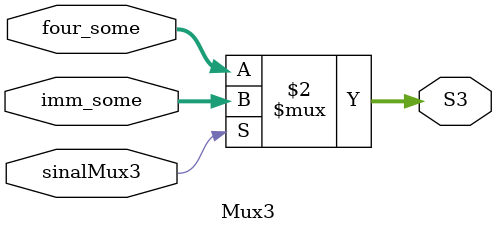
<source format=v>

module fd 
    #(  // Tamanho em bits dos barramentos
        parameter i_addr_bits = 6,
        parameter d_addr_bits = 6
    )(
        input  clk, rst_n,                   // clock borda subida, reset assíncrono ativo baixo
        output [6:0] opcode,                    
        input  d_mem_we, rf_we,              // Habilita escrita na memória de dados e no banco de registradores
        input  [3:0] alu_cmd,                // ver abaixo
        output [3:0] alu_flags,
        input  alu_src,                      // 0: rf, 1: imm
               pc_src,                       // 0: +4, 1: +imm
               rf_src,                       // 0: alu, 1:d_mem
        output [i_addr_bits-1:0] i_mem_addr,
        input  [31:0]            i_mem_data,
        output [d_addr_bits-1:0] d_mem_addr,
        inout  [63:0]            d_mem_data

    );
    // AluCmd     AluFlags
    // 0000: R    0: zero
    // 0001: I    1: MSB 
    // 0010: S    2: overflow
    // 0011: SB
    // 0100: U
    // 0101: UJ

    wire clock; // Clock (3 vezes mais devagar que o da UC)
    // reg rst_n; // ~Reset
    wire [3:0] alu_control; // Controle da ULA feita pelo módulo ALU_Control
    wire funct7; // Da memória de instrução para a ALU_Control (bit 30 da instrução)
    wire [2:0] funct3; // Da memória de instrução para a ALU_Control (os 3 bits do funct 3)
    wire signed [63:0] res; // Resultado da ULA
    wire [4:0] Rw; // Endereço de escrita do RF
    wire [4:0] Ra, Rb; // Endereços de leitura do RF
    wire signed [63:0] doutA; // Dados do RF
    wire signed [63:0] doutB; // Dados do RF e entrada para a memória de dados
    wire signed [63:0] S1; // Saída do MUX1
    wire signed [63:0] S2; // Saída do MUX2
    wire [31:0] S3; // Saída do MUX3
    wire [31:0] PC;// Saída do PC
    wire [31:0] doutIR; // Saída do IR
    wire signed [63:0] imm; // Imediato
    wire [31:0] somafour, somaimm; // Soma PC+4 e soma Imm+PC
    reg [2:0] contador_clock; // Contador de clock para redução
    wire sinalMux3;

    assign d_mem_addr = res; // Fio de saída da ULA
    assign d_mem_data = (d_mem_we == 1) ? doutB: 64'bz; 
    assign i_mem_addr = PC;

    initial begin
        contador_clock <= 0;
    end
    
     assign clock = (contador_clock >= 2) ? 1:
                                            0;
     always@(posedge clk)
     begin
        contador_clock = contador_clock + 1;
        if(contador_clock == 4) 
            contador_clock <= 0;
     end

    ULA uut (
        .a(doutA), // Saída do RF
        .b(S1), // Saída do MUX1
        .soma(res), // Saída da ULA
        .sinal(alu_control), // sinal para soma, subtração, and ou or
        .alu_flags(alu_flags) // Flags (zero, MSB, overflow)
    );

    ALU_Control crtl (

        .alu_cmd(alu_cmd), // Vem da UC
        .funct7(funct7), // Vem do IR
        .funct3(funct3), // Vem do IR
        .control(alu_control) // Vai para ULA
    );

    registrador utt (
        .clk(clk),
        .din(S2), // Vem do MUX2
        .we(rf_we), // Write-enable do RF
        .Rw(Rw), 
        .Ra(Ra),
        .Rb(Rb),
        .doutA(doutA),
        .doutB(doutB)
    );

    Mux1 utv (
        .imm(imm),
        .doutB(doutB),
        .sinalMux(alu_src),
        .S1(S1)
    );

    Mux2 uvv (
        .doutMem(d_mem_data),
        .soma(res),
        .rf_src(rf_src),
        .S2(S2)
    );
    

    PC uhh(
        .clock(clock),
        .data_in(S3),
        .data_out(PC),
        .rst_n(rst_n)
    );

    AND_gate gate( 
        .alu_flags(alu_flags),
        .pc_src(pc_src),
        .sinalMux3(sinalMux3)
    );

    IR huu (
        .clock(clk),
        .data_in(i_mem_data),
        .data_out(doutIR),
        .rs1(Ra),
        .rs2(Rb),
        .rd(Rw),
        .opcode(opcode),
        .funct7(funct7),
        .funct3(funct3)

    );

    imm_generator hii (
        .palavra(doutIR),
        .opcode(opcode),
        .imm(imm)

    );

    somador_four itt(
        .dout_pc(PC),
        .soma(somafour)

    );

    somador_imm its (
        .PC(PC),
        .imm(imm),
        .soma(somaimm)
    );

    Mux3 ihs (
        .four_some(somafour),
        .imm_some(somaimm),
        .sinalMux3(sinalMux3),
        .S3(S3)
    );

//as entradas estao diferentes e por isso precisa criar assign para associar os nomes
              
endmodule

    // AluCmd     AluFlags
    // 0000: R    0: zero
    // 0001: I    1: MSB 
    // 0010: S    2: overflow
    // 0011: SB
    // 0100: U
    // 0101: UJ

module ALU_Control(
input [3:0] alu_cmd,
input funct7, input [2:0] funct3,
output [3:0] control);

assign control = (alu_cmd == 4'b0000 && {funct7,funct3} == 4'b0000) ?  4'b0010: // ADD (R-type)
                 (alu_cmd == 4'b0000 && {funct7,funct3} == 4'b1000) ? 4'b0110: // SUB (R-type)
                 (alu_cmd == 4'b0000 && {funct7,funct3} == 4'b0111) ? 4'b0000: // AND (R-type)
                 (alu_cmd == 4'b0000 && {funct7,funct3} == 4'b0110) ? 4'b0001: // OR (R-type)
                 (alu_cmd == 4'b0001) ? 4'b0010: // LOAD (I - type)
                 (alu_cmd == 4'b0010) ? 4'b0010: // STORE (S-type)
                 (alu_cmd == 4'b0011) ? 4'b0110: //BEQ (SB - type)
                                        4'bxxxx; // default 

endmodule

module ULA (b, a, sinal, soma, alu_flags);

input signed [63:0] b, a; 
input [3:0] sinal; // Vem da ALU_Control
output signed [63:0] soma;
output [3:0] alu_flags; // zero, MSB, overflow e x (don't care)
wire overflow;
wire MSB;
wire zero;
wire soma_;

assign {overflow, soma_ } = a + b; // Checando se deu overflow na soma (inacabado, ainda nao estamos utilizando em nenhuma instrução)

assign soma = (sinal == 4'b0010) ? (a+b): //ADD, LOAD, STORE
              (sinal == 4'b0000) ? (a&b): //AND
              (sinal == 4'b0001) ? (a|b): //OR
              (sinal == 4'b0110) ? (a-b): //SUB, BEQ
                                   (a-b); // Outras que por enquanto nao temos
assign MSB = soma[63];
assign zero = (soma == 0) ? 1: 0;
assign alu_flags = {zero, MSB, overflow, 1'b0};
     
endmodule

module somador_four(dout_pc, soma);

input [31:0] dout_pc;
output [31:0] soma;

assign soma = {dout_pc<<2} + 4; // Shift left, pois o PC está em unidade de instrução e não de 4 em 4

endmodule

module somador_imm(PC, imm, soma);

input [31:0] PC;
input [63:0] imm;
output [31:0] soma;

assign soma = {PC << 2} + imm[31:0]; // Shift left, pois o PC está em unidade de instrução e não de 4 em 4

endmodule

module PC (
    input             clock,
    input      [31:0] data_in,
    output reg [31:0] data_out,
    input             rst_n
);

always@(posedge clock, negedge rst_n)
begin
if (~rst_n)
  data_out <= 0;
else
    if(data_in)
        data_out <= data_in[7:2];
end

endmodule


module IR(clock, data_in, data_out, rs1, rs2, rd, opcode, funct7, funct3);

input             clock;
input      [31:0] data_in;
output  reg   [31:0] data_out;
output [6:0] opcode;
output  [4:0] rs1;
output  [4:0] rd;
output  [4:0] rs2;
output  funct7;
output  [2:0] funct3;


always @(posedge clock)
begin
        data_out <= data_in[31:0]; // Sai a palavra de 32 bits

end

assign rd = data_out[11:7]; // Write addres for the registers in LOAD, ADD, SUB, ADDI instructions
assign rs1 =  data_out[19:15]; // Read addres for the registers in LOAD, ADD, SUB, STORE, ADDI, BNE, ... instructions
assign rs2 = data_out[24:20]; // Another read addres for the registers in ADD, SUB, STORE, BNE, BEQ, ... instructions
assign opcode =  data_out[6:0]; // Opcode in all instructions
assign funct7 =  data_out[30]; // For ADD and SUB
assign funct3 =  data_out[14:12]; // For ADD and SUB

endmodule

module imm_generator(
    palavra, // Vem da IR
    opcode, // Vem da Memoria de Instrução
    imm
);

input signed [31:0] palavra;
input [6:0] opcode;
output signed [63:0] imm;
wire signed [11:0] imm_field_typeA; // LOAD, STORE, BRANCH, ADD, SUB, ADDI...
wire signed [19:0] imm_field_typeB; // AUIPC

  // Select the appropriate bits for the immediate field based on the opcode (in case we dont need immediate, it takes the default field)
assign imm_field_typeA = (opcode == 7'b0000011) ? palavra[31:20] : // LOAD
                     (opcode == 7'b0100011) ? {palavra[31:25],palavra[11:7]} : // STORE
                     (opcode == 7'b1100011) ? {palavra[31],palavra[7], palavra[30:25],palavra[11:8]}  : // BRANCH INSTRUCTIONS (BEQ, BNE, etc)
                     (opcode == 7'b0010011) ? palavra[31:20] : // ADDI
                                              palavra[31:20]; // ADD, SUB -> don't care e para o JALR
assign imm_field_typeB = (opcode == 7'b0010111) ? palavra[31:12]: // AUIPC
                        (opcode == 7'b1101111) ? {palavra[31], palavra[19:12], palavra[20], palavra[30:21]}: // JAL
                                                                                             palavra[31:12]; 

  // Sign-extend the immediate field to 64 bits and shifts left by 2 if it is a branch instruction
assign imm = (opcode == 7'b1100011) ? {{50{imm_field_typeA[11]}}, imm_field_typeA} << 2:
               (opcode == 7'b0010111) ? {{32{imm_field_typeB[19]}}, imm_field_typeB} << 12: // AUIPC
               (opcode == 7'b1101111) ? {{43{imm_field_typeB[19]}}, imm_field_typeB} << 1: // JAL
                                        {{52{imm_field_typeA[11]}}, imm_field_typeA}; // se não for branch instruction, apenas faz o signal extend

endmodule



module registrador (clk, din, we, Rw, Ra, Rb, doutA, doutB);
    input clk;             // Clock do sistema
    input signed [63:0] din; // Dados de entrada  
    input we;          // Sinal de carregamento de dados
    output signed [64-1:0] doutA; // Dado de saída
    output signed [64-1:0]  doutB; // Dado de saída
    input [4:0] Rw; // Vai vir da memoria de instrução
    input [4:0] Ra; // Vai vir da memoria de instrução
    input [4:0] Rb; // Vai vir da memoria de instrução

    reg signed [63:0] registradores [31:0]; //Registradores

    initial begin
        
        registradores[0] = 0;
        registradores[1] = 1;
        registradores[2] = 1;
        registradores[3] = 0;
        registradores[4] = 64'b1111111111111111111111111111111111111111111111111111111111111111;
        // registradores[5] = 64'b1111111111111111111111111111111111111111111111111111111111111110;;
        registradores[5] = 64'b0000000000000000000000000000000000000000000000000000000000000001;
        registradores[8] = 62;

    end

    // Temos clock em registradores, por isso vamos usar o always

    always @(posedge clk) begin

        if (we) begin // Se o sinal de carregamento de dados estiver ativo
            registradores[Rw] <= din; // Carrega os dados de entrada no registrador

        end
    end

    assign doutA = registradores[Ra]; // Lê os dados do registrador
    assign doutB = registradores[Rb]; // Lê os dados do registrador 

    always@(registradores[9]) begin

        $display("Conteúdo do x9 no banco de registradores: %d", registradores[9]);
    
    end

    always@(registradores[10]) begin

        $display("Conteúdo do x10 no banco de registradores: %d", registradores[10]);
    
    end

    always@(registradores[12]) begin

        $display("Conteúdo do x12 no banco de registradores: %d", registradores[12]);
    
    end

    always@(registradores[13]) begin

        $display("Conteúdo do x13 no banco de registradores: %d", registradores[13]);
    
    end

endmodule

module Mux1 (imm , doutB, sinalMux, S1 );

input signed [63:0] doutB; // Dados do RF
input signed [63:0] imm; // Imediato extendido
output signed [63:0] S1; 
input sinalMux; 

// Se for 0, doutB eh passado para ULA

assign S1 = (sinalMux == 1'b0) ? doutB: imm;
            
endmodule


module Mux2 (doutMem, soma, rf_src, S2);

input signed [63:0] doutMem, soma; // Saída da memória de dados e da ULA, respectivamente
output signed [63:0] S2;//Saída do MUX
input rf_src; // Sinal de controle

assign S2 = (rf_src == 1) ? (doutMem): (soma);

            
endmodule

module AND_gate(input [3:0] alu_flags, input pc_src, output sinalMux3);

assign sinalMux3 = alu_flags[3]&pc_src;

endmodule

module Mux3 (imm_some, four_some, sinalMux3, S3);

input [31:0] imm_some; // Vem do somador_imm
input [31:0] four_some; // Vem do somador_four
output [31:0] S3; // Vai para o PC
input sinalMux3;  // Resultando de um AND do pc_src e do resultado da ULA

assign S3 = (sinalMux3 == 1'b0) ? (four_some): (imm_some);
            
endmodule


</source>
